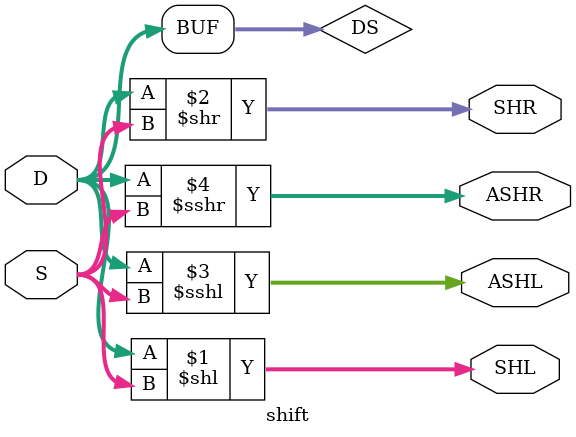
<source format=v>

/*
 * Generate a barrel shifter of arbitrary width.
 * T can be 0 for <<, 1 for >>, 2 for <<< or 3 for >>>.
 */
module shift
  #(parameter WI = 4, WS = 4, parameter WO = 6)
   (input wire [WI-1:0] D,
    input wire [WS-1:0] S,
    output wire [WO-1:0] SHL,
    output wire [WO-1:0] SHR,
    output wire signed [WO-1:0] ASHL,
    output wire signed [WO-1:0] ASHR
    /* */);

   wire signed [WI-1:0] DS;
   assign DS = D;

   assign SHL = D << S ;
   assign SHR = D >> S ;
   assign ASHL = DS <<< S ;
   assign ASHR = DS >>> S ;

endmodule


</source>
